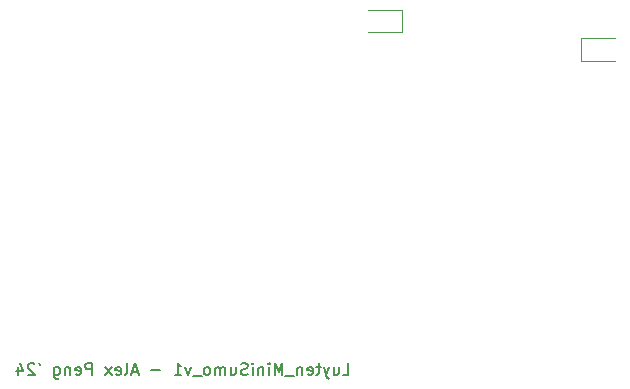
<source format=gbr>
%TF.GenerationSoftware,KiCad,Pcbnew,8.0.4*%
%TF.CreationDate,2024-08-28T14:32:30-04:00*%
%TF.ProjectId,luytenPCB,6c757974-656e-4504-9342-2e6b69636164,rev?*%
%TF.SameCoordinates,Original*%
%TF.FileFunction,Legend,Bot*%
%TF.FilePolarity,Positive*%
%FSLAX46Y46*%
G04 Gerber Fmt 4.6, Leading zero omitted, Abs format (unit mm)*
G04 Created by KiCad (PCBNEW 8.0.4) date 2024-08-28 14:32:30*
%MOMM*%
%LPD*%
G01*
G04 APERTURE LIST*
%ADD10C,0.150000*%
%ADD11C,0.120000*%
G04 APERTURE END LIST*
D10*
X74752030Y-62226819D02*
X75228220Y-62226819D01*
X75228220Y-62226819D02*
X75228220Y-61226819D01*
X73990125Y-61560152D02*
X73990125Y-62226819D01*
X74418696Y-61560152D02*
X74418696Y-62083961D01*
X74418696Y-62083961D02*
X74371077Y-62179200D01*
X74371077Y-62179200D02*
X74275839Y-62226819D01*
X74275839Y-62226819D02*
X74132982Y-62226819D01*
X74132982Y-62226819D02*
X74037744Y-62179200D01*
X74037744Y-62179200D02*
X73990125Y-62131580D01*
X73609172Y-61560152D02*
X73371077Y-62226819D01*
X73132982Y-61560152D02*
X73371077Y-62226819D01*
X73371077Y-62226819D02*
X73466315Y-62464914D01*
X73466315Y-62464914D02*
X73513934Y-62512533D01*
X73513934Y-62512533D02*
X73609172Y-62560152D01*
X72894886Y-61560152D02*
X72513934Y-61560152D01*
X72752029Y-61226819D02*
X72752029Y-62083961D01*
X72752029Y-62083961D02*
X72704410Y-62179200D01*
X72704410Y-62179200D02*
X72609172Y-62226819D01*
X72609172Y-62226819D02*
X72513934Y-62226819D01*
X71799648Y-62179200D02*
X71894886Y-62226819D01*
X71894886Y-62226819D02*
X72085362Y-62226819D01*
X72085362Y-62226819D02*
X72180600Y-62179200D01*
X72180600Y-62179200D02*
X72228219Y-62083961D01*
X72228219Y-62083961D02*
X72228219Y-61703009D01*
X72228219Y-61703009D02*
X72180600Y-61607771D01*
X72180600Y-61607771D02*
X72085362Y-61560152D01*
X72085362Y-61560152D02*
X71894886Y-61560152D01*
X71894886Y-61560152D02*
X71799648Y-61607771D01*
X71799648Y-61607771D02*
X71752029Y-61703009D01*
X71752029Y-61703009D02*
X71752029Y-61798247D01*
X71752029Y-61798247D02*
X72228219Y-61893485D01*
X71323457Y-61560152D02*
X71323457Y-62226819D01*
X71323457Y-61655390D02*
X71275838Y-61607771D01*
X71275838Y-61607771D02*
X71180600Y-61560152D01*
X71180600Y-61560152D02*
X71037743Y-61560152D01*
X71037743Y-61560152D02*
X70942505Y-61607771D01*
X70942505Y-61607771D02*
X70894886Y-61703009D01*
X70894886Y-61703009D02*
X70894886Y-62226819D01*
X70656791Y-62322057D02*
X69894886Y-62322057D01*
X69656790Y-62226819D02*
X69656790Y-61226819D01*
X69656790Y-61226819D02*
X69323457Y-61941104D01*
X69323457Y-61941104D02*
X68990124Y-61226819D01*
X68990124Y-61226819D02*
X68990124Y-62226819D01*
X68513933Y-62226819D02*
X68513933Y-61560152D01*
X68513933Y-61226819D02*
X68561552Y-61274438D01*
X68561552Y-61274438D02*
X68513933Y-61322057D01*
X68513933Y-61322057D02*
X68466314Y-61274438D01*
X68466314Y-61274438D02*
X68513933Y-61226819D01*
X68513933Y-61226819D02*
X68513933Y-61322057D01*
X68037743Y-61560152D02*
X68037743Y-62226819D01*
X68037743Y-61655390D02*
X67990124Y-61607771D01*
X67990124Y-61607771D02*
X67894886Y-61560152D01*
X67894886Y-61560152D02*
X67752029Y-61560152D01*
X67752029Y-61560152D02*
X67656791Y-61607771D01*
X67656791Y-61607771D02*
X67609172Y-61703009D01*
X67609172Y-61703009D02*
X67609172Y-62226819D01*
X67132981Y-62226819D02*
X67132981Y-61560152D01*
X67132981Y-61226819D02*
X67180600Y-61274438D01*
X67180600Y-61274438D02*
X67132981Y-61322057D01*
X67132981Y-61322057D02*
X67085362Y-61274438D01*
X67085362Y-61274438D02*
X67132981Y-61226819D01*
X67132981Y-61226819D02*
X67132981Y-61322057D01*
X66704410Y-62179200D02*
X66561553Y-62226819D01*
X66561553Y-62226819D02*
X66323458Y-62226819D01*
X66323458Y-62226819D02*
X66228220Y-62179200D01*
X66228220Y-62179200D02*
X66180601Y-62131580D01*
X66180601Y-62131580D02*
X66132982Y-62036342D01*
X66132982Y-62036342D02*
X66132982Y-61941104D01*
X66132982Y-61941104D02*
X66180601Y-61845866D01*
X66180601Y-61845866D02*
X66228220Y-61798247D01*
X66228220Y-61798247D02*
X66323458Y-61750628D01*
X66323458Y-61750628D02*
X66513934Y-61703009D01*
X66513934Y-61703009D02*
X66609172Y-61655390D01*
X66609172Y-61655390D02*
X66656791Y-61607771D01*
X66656791Y-61607771D02*
X66704410Y-61512533D01*
X66704410Y-61512533D02*
X66704410Y-61417295D01*
X66704410Y-61417295D02*
X66656791Y-61322057D01*
X66656791Y-61322057D02*
X66609172Y-61274438D01*
X66609172Y-61274438D02*
X66513934Y-61226819D01*
X66513934Y-61226819D02*
X66275839Y-61226819D01*
X66275839Y-61226819D02*
X66132982Y-61274438D01*
X65275839Y-61560152D02*
X65275839Y-62226819D01*
X65704410Y-61560152D02*
X65704410Y-62083961D01*
X65704410Y-62083961D02*
X65656791Y-62179200D01*
X65656791Y-62179200D02*
X65561553Y-62226819D01*
X65561553Y-62226819D02*
X65418696Y-62226819D01*
X65418696Y-62226819D02*
X65323458Y-62179200D01*
X65323458Y-62179200D02*
X65275839Y-62131580D01*
X64799648Y-62226819D02*
X64799648Y-61560152D01*
X64799648Y-61655390D02*
X64752029Y-61607771D01*
X64752029Y-61607771D02*
X64656791Y-61560152D01*
X64656791Y-61560152D02*
X64513934Y-61560152D01*
X64513934Y-61560152D02*
X64418696Y-61607771D01*
X64418696Y-61607771D02*
X64371077Y-61703009D01*
X64371077Y-61703009D02*
X64371077Y-62226819D01*
X64371077Y-61703009D02*
X64323458Y-61607771D01*
X64323458Y-61607771D02*
X64228220Y-61560152D01*
X64228220Y-61560152D02*
X64085363Y-61560152D01*
X64085363Y-61560152D02*
X63990124Y-61607771D01*
X63990124Y-61607771D02*
X63942505Y-61703009D01*
X63942505Y-61703009D02*
X63942505Y-62226819D01*
X63323458Y-62226819D02*
X63418696Y-62179200D01*
X63418696Y-62179200D02*
X63466315Y-62131580D01*
X63466315Y-62131580D02*
X63513934Y-62036342D01*
X63513934Y-62036342D02*
X63513934Y-61750628D01*
X63513934Y-61750628D02*
X63466315Y-61655390D01*
X63466315Y-61655390D02*
X63418696Y-61607771D01*
X63418696Y-61607771D02*
X63323458Y-61560152D01*
X63323458Y-61560152D02*
X63180601Y-61560152D01*
X63180601Y-61560152D02*
X63085363Y-61607771D01*
X63085363Y-61607771D02*
X63037744Y-61655390D01*
X63037744Y-61655390D02*
X62990125Y-61750628D01*
X62990125Y-61750628D02*
X62990125Y-62036342D01*
X62990125Y-62036342D02*
X63037744Y-62131580D01*
X63037744Y-62131580D02*
X63085363Y-62179200D01*
X63085363Y-62179200D02*
X63180601Y-62226819D01*
X63180601Y-62226819D02*
X63323458Y-62226819D01*
X62799649Y-62322057D02*
X62037744Y-62322057D01*
X61894886Y-61560152D02*
X61656791Y-62226819D01*
X61656791Y-62226819D02*
X61418696Y-61560152D01*
X60513934Y-62226819D02*
X61085362Y-62226819D01*
X60799648Y-62226819D02*
X60799648Y-61226819D01*
X60799648Y-61226819D02*
X60894886Y-61369676D01*
X60894886Y-61369676D02*
X60990124Y-61464914D01*
X60990124Y-61464914D02*
X61085362Y-61512533D01*
X59323457Y-61845866D02*
X58561553Y-61845866D01*
X57371076Y-61941104D02*
X56894886Y-61941104D01*
X57466314Y-62226819D02*
X57132981Y-61226819D01*
X57132981Y-61226819D02*
X56799648Y-62226819D01*
X56323457Y-62226819D02*
X56418695Y-62179200D01*
X56418695Y-62179200D02*
X56466314Y-62083961D01*
X56466314Y-62083961D02*
X56466314Y-61226819D01*
X55561552Y-62179200D02*
X55656790Y-62226819D01*
X55656790Y-62226819D02*
X55847266Y-62226819D01*
X55847266Y-62226819D02*
X55942504Y-62179200D01*
X55942504Y-62179200D02*
X55990123Y-62083961D01*
X55990123Y-62083961D02*
X55990123Y-61703009D01*
X55990123Y-61703009D02*
X55942504Y-61607771D01*
X55942504Y-61607771D02*
X55847266Y-61560152D01*
X55847266Y-61560152D02*
X55656790Y-61560152D01*
X55656790Y-61560152D02*
X55561552Y-61607771D01*
X55561552Y-61607771D02*
X55513933Y-61703009D01*
X55513933Y-61703009D02*
X55513933Y-61798247D01*
X55513933Y-61798247D02*
X55990123Y-61893485D01*
X55180599Y-62226819D02*
X54656790Y-61560152D01*
X55180599Y-61560152D02*
X54656790Y-62226819D01*
X53513932Y-62226819D02*
X53513932Y-61226819D01*
X53513932Y-61226819D02*
X53132980Y-61226819D01*
X53132980Y-61226819D02*
X53037742Y-61274438D01*
X53037742Y-61274438D02*
X52990123Y-61322057D01*
X52990123Y-61322057D02*
X52942504Y-61417295D01*
X52942504Y-61417295D02*
X52942504Y-61560152D01*
X52942504Y-61560152D02*
X52990123Y-61655390D01*
X52990123Y-61655390D02*
X53037742Y-61703009D01*
X53037742Y-61703009D02*
X53132980Y-61750628D01*
X53132980Y-61750628D02*
X53513932Y-61750628D01*
X52132980Y-62179200D02*
X52228218Y-62226819D01*
X52228218Y-62226819D02*
X52418694Y-62226819D01*
X52418694Y-62226819D02*
X52513932Y-62179200D01*
X52513932Y-62179200D02*
X52561551Y-62083961D01*
X52561551Y-62083961D02*
X52561551Y-61703009D01*
X52561551Y-61703009D02*
X52513932Y-61607771D01*
X52513932Y-61607771D02*
X52418694Y-61560152D01*
X52418694Y-61560152D02*
X52228218Y-61560152D01*
X52228218Y-61560152D02*
X52132980Y-61607771D01*
X52132980Y-61607771D02*
X52085361Y-61703009D01*
X52085361Y-61703009D02*
X52085361Y-61798247D01*
X52085361Y-61798247D02*
X52561551Y-61893485D01*
X51656789Y-61560152D02*
X51656789Y-62226819D01*
X51656789Y-61655390D02*
X51609170Y-61607771D01*
X51609170Y-61607771D02*
X51513932Y-61560152D01*
X51513932Y-61560152D02*
X51371075Y-61560152D01*
X51371075Y-61560152D02*
X51275837Y-61607771D01*
X51275837Y-61607771D02*
X51228218Y-61703009D01*
X51228218Y-61703009D02*
X51228218Y-62226819D01*
X50323456Y-61560152D02*
X50323456Y-62369676D01*
X50323456Y-62369676D02*
X50371075Y-62464914D01*
X50371075Y-62464914D02*
X50418694Y-62512533D01*
X50418694Y-62512533D02*
X50513932Y-62560152D01*
X50513932Y-62560152D02*
X50656789Y-62560152D01*
X50656789Y-62560152D02*
X50752027Y-62512533D01*
X50323456Y-62179200D02*
X50418694Y-62226819D01*
X50418694Y-62226819D02*
X50609170Y-62226819D01*
X50609170Y-62226819D02*
X50704408Y-62179200D01*
X50704408Y-62179200D02*
X50752027Y-62131580D01*
X50752027Y-62131580D02*
X50799646Y-62036342D01*
X50799646Y-62036342D02*
X50799646Y-61750628D01*
X50799646Y-61750628D02*
X50752027Y-61655390D01*
X50752027Y-61655390D02*
X50704408Y-61607771D01*
X50704408Y-61607771D02*
X50609170Y-61560152D01*
X50609170Y-61560152D02*
X50418694Y-61560152D01*
X50418694Y-61560152D02*
X50323456Y-61607771D01*
X49037741Y-61226819D02*
X49132979Y-61417295D01*
X48656789Y-61322057D02*
X48609170Y-61274438D01*
X48609170Y-61274438D02*
X48513932Y-61226819D01*
X48513932Y-61226819D02*
X48275837Y-61226819D01*
X48275837Y-61226819D02*
X48180599Y-61274438D01*
X48180599Y-61274438D02*
X48132980Y-61322057D01*
X48132980Y-61322057D02*
X48085361Y-61417295D01*
X48085361Y-61417295D02*
X48085361Y-61512533D01*
X48085361Y-61512533D02*
X48132980Y-61655390D01*
X48132980Y-61655390D02*
X48704408Y-62226819D01*
X48704408Y-62226819D02*
X48085361Y-62226819D01*
X47228218Y-61560152D02*
X47228218Y-62226819D01*
X47466313Y-61179200D02*
X47704408Y-61893485D01*
X47704408Y-61893485D02*
X47085361Y-61893485D01*
D11*
%TO.C,R4*%
X79736400Y-33218000D02*
X79736400Y-31298000D01*
X76876400Y-33218000D02*
X79736400Y-33218000D01*
X79736400Y-31298000D02*
X76876400Y-31298000D01*
%TO.C,R3*%
X94914000Y-33736400D02*
X94914000Y-35656400D01*
X97774000Y-33736400D02*
X94914000Y-33736400D01*
X94914000Y-35656400D02*
X97774000Y-35656400D01*
%TD*%
M02*

</source>
